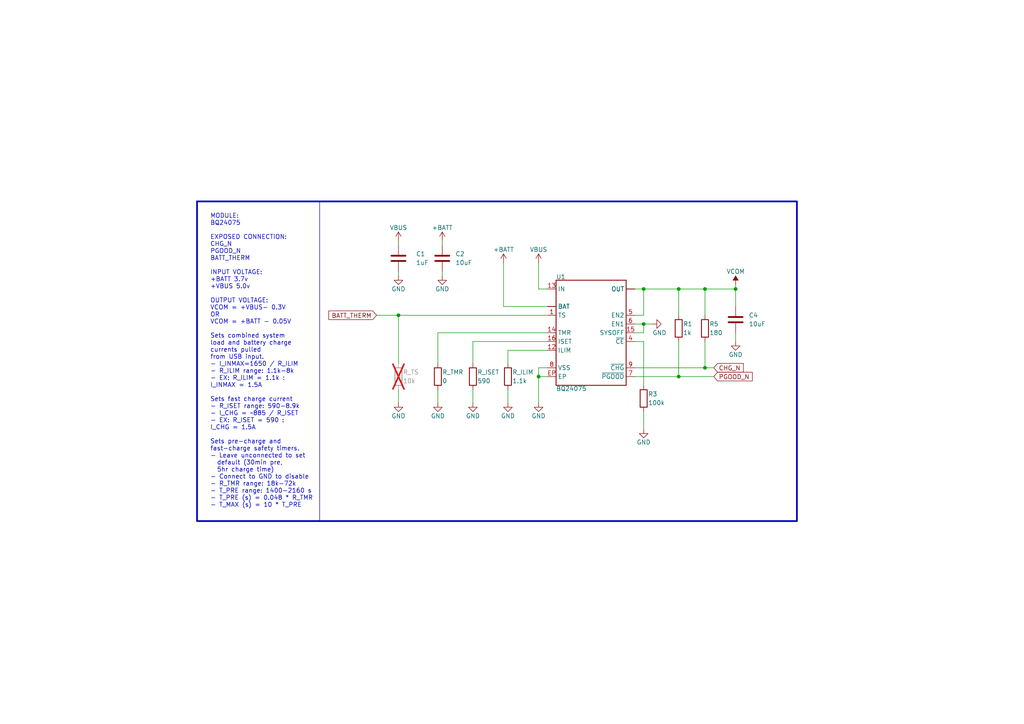
<source format=kicad_sch>
(kicad_sch (version 20230121) (generator eeschema)
  (paper "A4")
  (lib_symbols
    (symbol "Device:C" (pin_numbers hide) (pin_names (offset 0.254))
      (property "Reference" "C" (at 0.635 2.54 0))
      (property "Value" "C" (at 0.635 -2.54 0))
      (symbol "C_0_1"
        (polyline (pts (xy -2.032 -0.762) (xy 2.032 -0.762)) (stroke (width 0.508)))
        (polyline (pts (xy -2.032 0.762) (xy 2.032 0.762)) (stroke (width 0.508)))
      )
      (symbol "C_1_1"
        (pin passive line (at 0 3.81 270) (length 2.794) (name "~") (number "1"))
        (pin passive line (at 0 -3.81 90) (length 2.794) (name "~") (number "2"))
      )
    )
    (symbol "Device:R" (pin_numbers hide) (pin_names (offset 0))
      (property "Reference" "R" (at 2.032 0 90))
      (property "Value" "R" (at 0 0 90))
      (symbol "R_0_1"
        (rectangle (start -1.016 -2.54) (end 1.016 2.54) (stroke (width 0.254)))
      )
      (symbol "R_1_1"
        (pin passive line (at 0 3.81 270) (length 1.27) (name "~") (number "1"))
        (pin passive line (at 0 -3.81 90) (length 1.27) (name "~") (number "2"))
      )
    )
    (symbol "power:+BATT" (power) (pin_names (offset 0))
      (property "Value" "+BATT" (at 0 3.556 0))
      (symbol "+BATT_0_1"
        (polyline (pts (xy -0.762 1.27) (xy 0 2.54)))
        (polyline (pts (xy 0 0) (xy 0 2.54)))
        (polyline (pts (xy 0 2.54) (xy 0.762 1.27)))
      )
      (symbol "+BATT_1_1"
        (pin power_in line (at 0 0 90) (length 0) hide (name "+BATT") (number "1"))
      )
    )
    (symbol "power:GND" (power) (pin_names (offset 0))
      (property "Value" "GND" (at 0 -3.81 0))
      (symbol "GND_0_1"
        (polyline (pts (xy 0 0) (xy 0 -1.27) (xy 1.27 -1.27) (xy 0 -2.54) (xy -1.27 -1.27) (xy 0 -1.27)))
      )
      (symbol "GND_1_1"
        (pin power_in line (at 0 0 270) (length 0) hide (name "GND") (number "1"))
      )
    )
    (symbol "power:VBUS" (power) (pin_names (offset 0))
      (property "Value" "VBUS" (at 0 3.81 0))
      (symbol "VBUS_0_1"
        (polyline (pts (xy -0.762 1.27) (xy 0 2.54)))
        (polyline (pts (xy 0 0) (xy 0 2.54)))
        (polyline (pts (xy 0 2.54) (xy 0.762 1.27)))
      )
      (symbol "VBUS_1_1"
        (pin power_in line (at 0 0 90) (length 0) hide (name "VBUS") (number "1"))
      )
    )
    (symbol "power:VCOM" (power) (pin_names (offset 0))
      (property "Value" "VCOM" (at 0 3.81 0))
      (symbol "VCOM_0_1"
        (polyline (pts (xy 0 0) (xy 0 2.54)))
        (polyline (pts (xy 0.762 1.27) (xy -0.762 1.27) (xy 0 2.54) (xy 0.762 1.27)) (fill (type outline)))
      )
      (symbol "VCOM_1_1"
        (pin power_in line (at 0 0 90) (length 0) hide (name "VCOM") (number "1"))
      )
    )
    (symbol "sparkfun-battery-babysitter-eagle-import:battery-management-temp_BQ24075"
      (symbol "battery-management-temp_BQ24075_1_0"
        (polyline (pts (xy -10.16 -15.24) (xy 10.16 -15.24)) (stroke (width 0.254)))
        (polyline (pts (xy -10.16 15.24) (xy -10.16 -15.24)) (stroke (width 0.254)))
        (polyline (pts (xy 10.16 -15.24) (xy 10.16 15.24)) (stroke (width 0.254)))
        (polyline (pts (xy 10.16 15.24) (xy -10.16 15.24)) (stroke (width 0.254)))
        (pin bidirectional line (at -12.7 5.08 0) (length 2.54) (name "TS") (number "1"))
        (pin bidirectional line (at 12.7 12.7 180) (length 2.54) (name "OUT") (number "10"))
        (pin bidirectional line (at 12.7 12.7 180) (length 2.54) (name "OUT") (number "11"))
        (pin bidirectional line (at -12.7 -5.08 0) (length 2.54) (name "ILIM") (number "12"))
        (pin bidirectional line (at -12.7 12.7 0) (length 2.54) (name "IN") (number "13"))
        (pin bidirectional line (at -12.7 0 0) (length 2.54) (name "TMR") (number "14"))
        (pin bidirectional line (at 12.7 0 180) (length 2.54) (name "SYSOFF") (number "15"))
        (pin bidirectional line (at -12.7 -2.54 0) (length 2.54) (name "ISET") (number "16"))
        (pin bidirectional line (at -12.7 7.62 0) (length 2.54) (name "BAT") (number "2"))
        (pin bidirectional line (at -12.7 7.62 0) (length 2.54) (name "BAT") (number "3"))
        (pin bidirectional line (at 12.7 -2.54 180) (length 2.54) (name "~{CE}") (number "4"))
        (pin bidirectional line (at 12.7 5.08 180) (length 2.54) (name "EN2") (number "5"))
        (pin bidirectional line (at 12.7 2.54 180) (length 2.54) (name "EN1") (number "6"))
        (pin bidirectional line (at 12.7 -12.7 180) (length 2.54) (name "~{PGOOD}") (number "7"))
        (pin bidirectional line (at -12.7 -10.16 0) (length 2.54) (name "VSS") (number "8"))
        (pin bidirectional line (at 12.7 -10.16 180) (length 2.54) (name "~{CHG}") (number "9"))
        (pin bidirectional line (at -12.7 -12.7 0) (length 2.54) (name "EP") (number "EP"))
      )
    )
  )
  (junction (at 204.47 106.68))
  (junction (at 156.21 109.22))
  (junction (at 213.36 83.82))
  (junction (at 196.85 83.82))
  (junction (at 204.47 83.82))
  (junction (at 186.69 93.98))
  (junction (at 196.85 109.22))
  (junction (at 115.57 91.44))
  (junction (at 186.69 83.82))
  (wire (pts (xy 196.85 99.06) (xy 196.85 109.22)))
  (wire (pts (xy 158.75 109.22) (xy 156.21 109.22)) (stroke (width 0.1524)))
  (wire (pts (xy 184.15 106.68) (xy 204.47 106.68)) (stroke (width 0.1524)))
  (wire (pts (xy 128.27 69.85) (xy 128.27 71.12)) (stroke (width 0.1524)))
  (wire (pts (xy 213.36 82.55) (xy 213.36 83.82)))
  (wire (pts (xy 186.69 119.38) (xy 186.69 121.92)))
  (wire (pts (xy 204.47 83.82) (xy 204.47 91.44)) (stroke (width 0.1524)))
  (wire (pts (xy 186.69 83.82) (xy 196.85 83.82)) (stroke (width 0.1524)))
  (wire (pts (xy 213.36 88.9) (xy 213.36 83.82)) (stroke (width 0.1524)))
  (wire (pts (xy 115.57 69.85) (xy 115.57 71.12)) (stroke (width 0.1524)))
  (wire (pts (xy 204.47 106.68) (xy 207.01 106.68)) (stroke (width 0.1524)))
  (wire (pts (xy 184.15 96.52) (xy 186.69 96.52)) (stroke (width 0.1524)))
  (wire (pts (xy 156.21 83.82) (xy 156.21 76.2)) (stroke (width 0.1524)))
  (wire (pts (xy 147.32 113.03) (xy 147.32 116.84)))
  (wire (pts (xy 158.75 83.82) (xy 156.21 83.82)) (stroke (width 0.1524)))
  (wire (pts (xy 115.57 91.44) (xy 109.22 91.44)) (stroke (width 0.1524)))
  (wire (pts (xy 158.75 88.9) (xy 146.05 88.9)) (stroke (width 0.1524)))
  (wire (pts (xy 147.32 101.6) (xy 158.75 101.6)))
  (wire (pts (xy 184.15 83.82) (xy 186.69 83.82)) (stroke (width 0.1524)))
  (wire (pts (xy 196.85 109.22) (xy 207.01 109.22)))
  (wire (pts (xy 127 113.03) (xy 127 116.84)))
  (wire (pts (xy 115.57 91.44) (xy 115.57 105.41)) (stroke (width 0.1524)))
  (wire (pts (xy 115.57 80.01) (xy 115.57 78.74)) (stroke (width 0.1524)))
  (wire (pts (xy 127 96.52) (xy 127 105.41)))
  (wire (pts (xy 146.05 88.9) (xy 146.05 76.2)) (stroke (width 0.1524)))
  (wire (pts (xy 137.16 99.06) (xy 158.75 99.06)))
  (wire (pts (xy 158.75 106.68) (xy 156.21 106.68)) (stroke (width 0.1524)))
  (wire (pts (xy 184.15 99.06) (xy 186.69 99.06)) (stroke (width 0.1524)))
  (wire (pts (xy 213.36 99.06) (xy 213.36 96.52)) (stroke (width 0.1524)))
  (wire (pts (xy 128.27 80.01) (xy 128.27 78.74)) (stroke (width 0.1524)))
  (wire (pts (xy 186.69 93.98) (xy 186.69 96.52)) (stroke (width 0.1524)))
  (wire (pts (xy 137.16 99.06) (xy 137.16 105.41)))
  (wire (pts (xy 186.69 83.82) (xy 186.69 91.44)))
  (wire (pts (xy 156.21 109.22) (xy 156.21 116.84)) (stroke (width 0.1524)))
  (wire (pts (xy 184.15 93.98) (xy 186.69 93.98)) (stroke (width 0.1524)))
  (wire (pts (xy 147.32 101.6) (xy 147.32 105.41)))
  (wire (pts (xy 186.69 124.46) (xy 186.69 121.92)) (stroke (width 0.1524)))
  (wire (pts (xy 204.47 106.68) (xy 204.47 99.06)) (stroke (width 0.1524)))
  (wire (pts (xy 196.85 83.82) (xy 204.47 83.82)) (stroke (width 0.1524)))
  (wire (pts (xy 186.69 99.06) (xy 186.69 111.76)) (stroke (width 0.1524)))
  (wire (pts (xy 127 96.52) (xy 158.75 96.52)))
  (wire (pts (xy 196.85 83.82) (xy 196.85 91.44)))
  (wire (pts (xy 184.15 91.44) (xy 186.69 91.44)))
  (wire (pts (xy 156.21 106.68) (xy 156.21 109.22)) (stroke (width 0.1524)))
  (wire (pts (xy 186.69 93.98) (xy 189.23 93.98)) (stroke (width 0.1524)))
  (wire (pts (xy 158.75 91.44) (xy 115.57 91.44)) (stroke (width 0.1524)))
  (wire (pts (xy 204.47 83.82) (xy 213.36 83.82)) (stroke (width 0.1524)))
  (wire (pts (xy 184.15 109.22) (xy 196.85 109.22)))
  (wire (pts (xy 137.16 113.03) (xy 137.16 116.84)))
  (wire (pts (xy 115.57 113.03) (xy 115.57 116.84)))
  (rectangle (start 57.15 58.42) (end 231.14 151.13) (stroke (width 0.5)))
  (rectangle (start 57.15 58.42) (end 92.71 151.13))
  (text "MODULE:\nBQ24075\n\nEXPOSED CONNECTION: \nCHG_N\nPGOOD_N\nBATT_THERM\n\nINPUT VOLTAGE:\n+BATT 3.7v\n+VBUS 5.0v\n\nOUTPUT VOLTAGE:\nVCOM = +VBUS- 0.3V\nOR\nVCOM = +BATT - 0.05V\n\nSets combined system\nload and battery charge\ncurrents pulled\nfrom USB input.\n- I_INMAX=1650 / R_ILIM\n- R_ILIM range: 1.1k-8k\n- EX: R_ILIM = 1.1k :\nI_INMAX = 1.5A\n\nSets fast charge current\n- R_ISET range: 590-8.9k\n- I_CHG = ~885 / R_ISET\n- EX: R_ISET = 590 :\nI_CHG = 1.5A\n\n﻿Sets pre-charge and\nfast-charge safety timers.\n- Leave unconnected to set\n  default (30min pre, \n  5hr charge time)\n- Connect to GND to disable\n- R_TMR range: 18k-72k\n- T_PRE range: 1400-2160 s\n- T_PRE (s) = 0.048 * R_TMR\n- T_MAX (s) = 10 * T_PRE\n" (at 60.96 147.32 0) (effects (font (size 1.27 1.27)) (justify left bottom)))
  (global_label "BATT_THERM" (shape input) (at 109.22 91.44 180) (property "Intersheetrefs" "${INTERSHEET_REFS}" (effects hide)))
  (global_label "CHG_N" (shape input) (at 207.01 106.68 0) (property "Intersheetrefs" "${INTERSHEET_REFS}" (effects hide)))
  (global_label "PGOOD_N" (shape input) (at 207.01 109.22 0) (property "Intersheetrefs" "${INTERSHEET_REFS}" (effects hide)))
  (symbol (lib_id "Device:R") (at 127 109.22 0) (unit 1)
    (property "Reference" "R_TMR" (at 128.27 107.95 0) (effects (justify left)))
    (property "Value" "0" (at 128.27 110.49 0) (effects (justify left)))
    (property "Footprint" "Resistor_SMD:R_01005_0402Metric" (effects hide))
  )
  (symbol (lib_id "power:GND") (at 156.21 116.84 0) (unit 1)
    (property "Reference" "#PWR08" (effects hide))
    (property "Value" "GND" (at 156.21 120.65 0))
  )
  (symbol (lib_id "power:+BATT") (at 128.27 69.85 0) (unit 1)
    (property "Reference" "#PWR012" (effects hide))
    (property "Value" "+BATT" (at 128.27 66.04 0))
  )
  (symbol (lib_id "power:GND") (at 115.57 80.01 0) (unit 1)
    (property "Reference" "#PWR014" (effects hide))
    (property "Value" "GND" (at 115.57 83.82 0))
  )
  (symbol (lib_id "power:VBUS") (at 156.21 76.2 0) (unit 1)
    (property "Reference" "#PWR010" (effects hide))
    (property "Value" "VBUS" (at 156.21 72.39 0))
  )
  (symbol (lib_id "power:VBUS") (at 115.57 69.85 0) (unit 1)
    (property "Reference" "#PWR011" (effects hide))
    (property "Value" "VBUS" (at 115.57 66.04 0))
  )
  (symbol (lib_id "power:GND") (at 186.69 124.46 0) (unit 1)
    (property "Reference" "#PWR04" (effects hide))
    (property "Value" "GND" (at 186.69 128.27 0))
  )
  (symbol (lib_id "Device:C") (at 213.36 92.71 0) (unit 1)
    (property "Reference" "C4" (at 217.17 91.44 0) (effects (justify left)))
    (property "Value" "10uF" (at 217.17 93.98 0) (effects (justify left)))
    (property "Footprint" "Capacitor_SMD:C_0402_1005Metric" (effects hide))
  )
  (symbol (lib_id "Device:R") (at 147.32 109.22 0) (unit 1)
    (property "Reference" "R_ILIM" (at 148.59 107.95 0) (effects (justify left)))
    (property "Value" "1.1k" (at 148.59 110.49 0) (effects (justify left)))
    (property "Footprint" "Resistor_SMD:R_01005_0402Metric" (effects hide))
  )
  (symbol (lib_id "power:GND") (at 189.23 93.98 90) (unit 1)
    (property "Reference" "#PWR01" (effects hide))
    (property "Value" "GND" (at 189.23 96.52 90) (effects (justify right)))
  )
  (symbol (lib_id "power:GND") (at 115.57 116.84 0) (unit 1)
    (property "Reference" "#PWR013" (effects hide))
    (property "Value" "GND" (at 115.57 120.65 0))
  )
  (symbol (lib_id "power:GND") (at 127 116.84 0) (unit 1)
    (property "Reference" "#PWR05" (effects hide))
    (property "Value" "GND" (at 127 120.65 0))
  )
  (symbol (lib_id "Device:R") (at 186.69 115.57 0) (unit 1)
    (property "Reference" "R3" (at 187.96 114.3 0) (effects (justify left)))
    (property "Value" "100k" (at 187.96 116.84 0) (effects (justify left)))
    (property "Footprint" "Resistor_SMD:R_01005_0402Metric" (effects hide))
  )
  (symbol (lib_id "Device:R") (at 115.57 109.22 0) (unit 1) (dnp yes)
    (property "Reference" "R_TS" (at 116.84 107.95 0) (effects (justify left)))
    (property "Value" "10k" (at 116.84 110.49 0) (effects (justify left)))
    (property "Footprint" "Resistor_SMD:R_01005_0402Metric" (effects hide))
  )
  (symbol (lib_id "Device:C") (at 128.27 74.93 0) (unit 1)
    (property "Reference" "C2" (at 132.08 73.66 0) (effects (justify left)))
    (property "Value" "10uF" (at 132.08 76.2 0) (effects (justify left)))
    (property "Footprint" "Capacitor_SMD:C_0402_1005Metric" (effects hide))
  )
  (symbol (lib_id "power:GND") (at 147.32 116.84 0) (unit 1)
    (property "Reference" "#PWR07" (effects hide))
    (property "Value" "GND" (at 147.32 120.65 0))
  )
  (symbol (lib_id "power:GND") (at 137.16 116.84 0) (unit 1)
    (property "Reference" "#PWR06" (effects hide))
    (property "Value" "GND" (at 137.16 120.65 0))
  )
  (symbol (lib_id "Device:R") (at 196.85 95.25 0) (unit 1)
    (property "Reference" "R1" (at 198.12 93.98 0) (effects (justify left)))
    (property "Value" "1k" (at 198.12 96.52 0) (effects (justify left)))
    (property "Footprint" "Resistor_SMD:R_01005_0402Metric" (effects hide))
  )
  (symbol (lib_id "Device:C") (at 115.57 74.93 0) (unit 1)
    (property "Reference" "C1" (at 120.65 73.66 0) (effects (justify left)))
    (property "Value" "1uF" (at 120.65 76.2 0) (effects (justify left)))
    (property "Footprint" "Capacitor_SMD:C_0402_1005Metric" (effects hide))
  )
  (symbol (lib_id "power:GND") (at 213.36 99.06 0) (unit 1)
    (property "Reference" "#PWR03" (effects hide))
    (property "Value" "GND" (at 213.36 102.87 0))
  )
  (symbol (lib_id "Device:R") (at 137.16 109.22 0) (unit 1)
    (property "Reference" "R_ISET" (at 138.43 107.95 0) (effects (justify left)))
    (property "Value" "590" (at 138.43 110.49 0) (effects (justify left)))
    (property "Footprint" "Resistor_SMD:R_01005_0402Metric" (effects hide))
  )
  (symbol (lib_id "power:VCOM") (at 213.36 82.55 0) (unit 1)
    (property "Reference" "#PWR02" (effects hide))
    (property "Value" "VCOM" (at 213.36 78.74 0))
  )
  (symbol (lib_id "Device:R") (at 204.47 95.25 0) (unit 1)
    (property "Reference" "R5" (at 205.74 93.98 0) (effects (justify left)))
    (property "Value" "180" (at 205.74 96.52 0) (effects (justify left)))
    (property "Footprint" "Resistor_SMD:R_01005_0402Metric" (effects hide))
  )
  (symbol (lib_id "power:GND") (at 128.27 80.01 0) (unit 1)
    (property "Reference" "#PWR015" (effects hide))
    (property "Value" "GND" (at 128.27 83.82 0))
  )
  (symbol (lib_id "power:+BATT") (at 146.05 76.2 0) (unit 1)
    (property "Reference" "#PWR09" (effects hide))
    (property "Value" "+BATT" (at 146.05 72.39 0))
  )
  (symbol (lib_id "sparkfun-battery-babysitter-eagle-import:battery-management-temp_BQ24075") (at 171.45 96.52 0) (unit 1)
    (property "Reference" "U1" (at 161.29 81.026 0) (effects (justify left bottom)))
    (property "Value" "BQ24075" (at 161.29 112.014 0) (effects (justify left top)))
    (property "Footprint" "sparkfun-battery-babysitter:PVQFN-N16" (effects hide))
    (property "PROD_ID" "IC-13219" (effects hide))
  )
)
</source>
